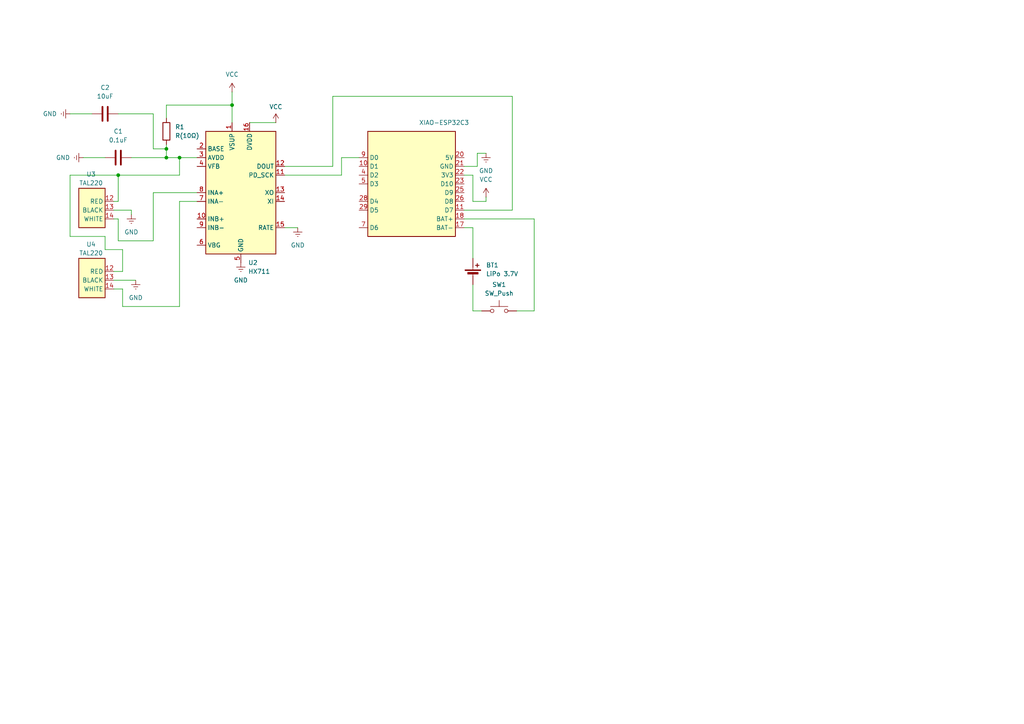
<source format=kicad_sch>
(kicad_sch (version 20250114) (generator "eeschema") (generator_version "9.0")
  (paper "A4")
  (lib_symbols
    (symbol "ADXL343_1"
      (property "Reference" "U3" (at -14.224 10.414 0))
      (property "Value" "TAL220" (at -14.224 7.874 0))
      (symbol "ADXL343_1_0_1"
        (rectangle (start -17.78 6.35) (end -10.16 -5.08) (stroke (width 0.254)) (fill (type background)))
      )
      (symbol "ADXL343_1_1_1"
        (pin input line (at -12.7 -5.08 0) (length 2.54) (hide yes) (name "SDA") (number "7"))
        (pin bidirectional line (at -7.62 2.54 180) (length 2.54) (name "RED") (number "12"))
        (pin bidirectional line (at -7.62 0 180) (length 2.54) (name "BLACK") (number "13"))
        (pin bidirectional line (at -7.62 -2.54 180) (length 2.54) (name "WHITE") (number "14"))
        (pin no_connect line (at -5.08 -7.62 90) (length 2.54) (hide yes) (name "NC") (number "10"))
        (pin passive line (at 0 -10.16 90) (length 2.54) (hide yes) (name "GND") (number "4"))
        (pin passive line (at 0 -10.16 90) (length 2.54) (hide yes) (name "GND") (number "5"))
      )
    )
    (symbol "Analog_ADC:HX711"
      (property "Reference" "U2" (at 2.1433 -20.32 0))
      (property "Value" "HX711" (at 2.1433 -22.86 0))
      (symbol "HX711_0_1"
        (rectangle (start -10.16 17.78) (end 10.16 -17.78) (stroke (width 0.254)) (fill (type background)))
      )
      (symbol "HX711_1_1"
        (pin passive line (at -12.7 12.7 0) (length 2.54) (name "BASE") (number "2"))
        (pin power_in line (at -12.7 10.16 0) (length 2.54) (name "AVDD") (number "3"))
        (pin input line (at -12.7 7.62 0) (length 2.54) (name "VFB") (number "4"))
        (pin input line (at -12.7 0 0) (length 2.54) (name "INA+") (number "8"))
        (pin input line (at -12.7 -2.54 0) (length 2.54) (name "INA-") (number "7"))
        (pin input line (at -12.7 -7.62 0) (length 2.54) (name "INB+") (number "10"))
        (pin input line (at -12.7 -10.16 0) (length 2.54) (name "INB-") (number "9"))
        (pin passive line (at -12.7 -15.24 0) (length 2.54) (name "VBG") (number "6"))
        (pin power_in line (at -2.54 20.32 270) (length 2.54) (name "VSUP") (number "1"))
        (pin power_in line (at 0 -20.32 90) (length 2.54) (name "GND") (number "5"))
        (pin power_in line (at 2.54 20.32 270) (length 2.54) (name "DVDD") (number "16"))
        (pin output line (at 12.7 7.62 180) (length 2.54) (name "DOUT") (number "12"))
        (pin input line (at 12.7 5.08 180) (length 2.54) (name "PD_SCK") (number "11"))
        (pin passive line (at 12.7 0 180) (length 2.54) (name "XO") (number "13"))
        (pin passive line (at 12.7 -2.54 180) (length 2.54) (name "XI") (number "14"))
        (pin input line (at 12.7 -10.16 180) (length 2.54) (name "RATE") (number "15"))
      )
    )
    (symbol "Device:Battery_Cell" (pin_numbers (hide yes)) (pin_names (offset 0) (hide yes))
      (property "Reference" "BT" (at 2.54 2.54 0))
      (property "Value" "Battery_Cell" (at 2.54 0 0))
      (symbol "Battery_Cell_0_1"
        (rectangle (start -2.286 1.778) (end 2.286 1.524) (fill (type outline)))
        (rectangle (start -1.524 1.016) (end 1.524 0.508) (fill (type outline)))
        (polyline (pts (xy 0 1.778) (xy 0 2.54)))
        (polyline (pts (xy 0 0.762) (xy 0 0)))
        (polyline (pts (xy 0.762 3.048) (xy 1.778 3.048)) (stroke (width 0.254)))
        (polyline (pts (xy 1.27 3.556) (xy 1.27 2.54)) (stroke (width 0.254)))
      )
      (symbol "Battery_Cell_1_1"
        (pin passive line (at 0 5.08 270) (length 2.54) (name "+") (number "1"))
        (pin passive line (at 0 -2.54 90) (length 2.54) (name "-") (number "2"))
      )
    )
    (symbol "Device:C" (pin_numbers (hide yes)) (pin_names (offset 0.254))
      (property "Reference" "C" (at 0.635 2.54 0))
      (property "Value" "C" (at 0.635 -2.54 0))
      (symbol "C_0_1"
        (polyline (pts (xy -2.032 0.762) (xy 2.032 0.762)) (stroke (width 0.508)))
        (polyline (pts (xy -2.032 -0.762) (xy 2.032 -0.762)) (stroke (width 0.508)))
      )
      (symbol "C_1_1"
        (pin passive line (at 0 3.81 270) (length 2.794) (name "~") (number "1"))
        (pin passive line (at 0 -3.81 90) (length 2.794) (name "~") (number "2"))
      )
    )
    (symbol "Device:R" (pin_numbers (hide yes)) (pin_names (offset 0))
      (property "Reference" "R" (at 2.032 0 90))
      (property "Value" "R" (at 0 0 90))
      (symbol "R_0_1"
        (rectangle (start -1.016 -2.54) (end 1.016 2.54) (stroke (width 0.254)))
      )
      (symbol "R_1_1"
        (pin passive line (at 0 3.81 270) (length 1.27) (name "~") (number "1"))
        (pin passive line (at 0 -3.81 90) (length 1.27) (name "~") (number "2"))
      )
    )
    (symbol "RF_Module:ESP32-C3-DevKitM-1"
      (property "Value" "XIAO-ESP32C3" (at 2.1433 17.78 0))
      (symbol "ESP32-C3-DevKitM-1_1_1"
        (rectangle (start -12.7 15.24) (end 12.7 -15.24) (stroke (width 0.254)) (fill (type background)))
        (pin bidirectional line (at -15.24 7.62 0) (length 2.54) (name "D0") (number "9"))
        (pin bidirectional line (at -15.24 5.08 0) (length 2.54) (name "D1") (number "10"))
        (pin bidirectional line (at -15.24 2.54 0) (length 2.54) (name "D2") (number "4"))
        (pin bidirectional line (at -15.24 0 0) (length 2.54) (name "D3") (number "5"))
        (pin input line (at -15.24 -5.08 0) (length 2.54) (name "D4") (number "28"))
        (pin output line (at -15.24 -7.62 0) (length 2.54) (name "D5") (number "29"))
        (pin input line (at -15.24 -12.7 0) (length 2.54) (name "D6") (number "7"))
        (pin passive line (at 0 17.78 270) (length 2.54) (hide yes) (name "5V") (number "13"))
        (pin passive line (at 0 17.78 270) (length 2.54) (hide yes) (name "5V") (number "14"))
        (pin power_in line (at 0 -17.78 90) (length 2.54) (hide yes) (name "GND") (number "1"))
        (pin passive line (at 0 -17.78 90) (length 2.54) (hide yes) (name "GND") (number "12"))
        (pin passive line (at 0 -17.78 90) (length 2.54) (hide yes) (name "GND") (number "15"))
        (pin passive line (at 0 -17.78 90) (length 2.54) (hide yes) (name "GND") (number "16"))
        (pin passive line (at 0 -17.78 90) (length 2.54) (hide yes) (name "GND") (number "19"))
        (pin passive line (at 0 -17.78 90) (length 2.54) (hide yes) (name "GND") (number "24"))
        (pin passive line (at 0 -17.78 90) (length 2.54) (hide yes) (name "GND") (number "27"))
        (pin passive line (at 0 -17.78 90) (length 2.54) (hide yes) (name "GND") (number "30"))
        (pin passive line (at 0 -17.78 90) (length 2.54) (hide yes) (name "GND") (number "6"))
        (pin passive line (at 0 -17.78 90) (length 2.54) (hide yes) (name "GND") (number "8"))
        (pin power_out line (at 15.24 12.7 180) (length 2.54) (hide yes) (name "3V3") (number "2"))
        (pin passive line (at 15.24 12.7 180) (length 2.54) (hide yes) (name "3V3") (number "3"))
        (pin bidirectional line (at 15.24 7.62 180) (length 2.54) (name "5V") (number "20"))
        (pin bidirectional line (at 15.24 5.08 180) (length 2.54) (name "GND") (number "21"))
        (pin bidirectional line (at 15.24 2.54 180) (length 2.54) (name "3V3") (number "22"))
        (pin bidirectional line (at 15.24 0 180) (length 2.54) (name "D10") (number "23"))
        (pin bidirectional line (at 15.24 -2.54 180) (length 2.54) (name "D9") (number "25"))
        (pin bidirectional line (at 15.24 -5.08 180) (length 2.54) (name "D8") (number "26"))
        (pin bidirectional line (at 15.24 -7.62 180) (length 2.54) (name "D7") (number "11"))
        (pin bidirectional line (at 15.24 -10.16 180) (length 2.54) (name "BAT+") (number "18"))
        (pin bidirectional line (at 15.24 -12.7 180) (length 2.54) (name "BAT-") (number "17"))
      )
    )
    (symbol "Switch:SW_Push" (pin_numbers (hide yes)) (pin_names (offset 1.016) (hide yes))
      (property "Reference" "SW" (at 1.27 2.54 0))
      (property "Value" "SW_Push" (at 0 -1.524 0))
      (symbol "SW_Push_0_1"
        (circle (center -2.032 0) (radius 0.508))
        (polyline (pts (xy 0 1.27) (xy 0 3.048)))
        (circle (center 2.032 0) (radius 0.508))
        (polyline (pts (xy 2.54 1.27) (xy -2.54 1.27)))
        (pin passive line (at -5.08 0 0) (length 2.54) (name "1") (number "1"))
        (pin passive line (at 5.08 0 180) (length 2.54) (name "2") (number "2"))
      )
    )
    (symbol "power:GNDREF" (power) (pin_numbers (hide yes)) (pin_names (offset 0) (hide yes))
      (property "Value" "GNDREF" (at 0 -3.81 0))
      (symbol "GNDREF_0_1"
        (polyline (pts (xy -0.635 -1.905) (xy 0.635 -1.905)))
        (polyline (pts (xy -0.127 -2.54) (xy 0.127 -2.54)))
        (polyline (pts (xy 0 -1.27) (xy 0 0)))
        (polyline (pts (xy 1.27 -1.27) (xy -1.27 -1.27)))
      )
      (symbol "GNDREF_1_1"
        (pin power_in line (at 0 0 270) (length 0) (name "~") (number "1"))
      )
    )
    (symbol "power:VCC" (power) (pin_numbers (hide yes)) (pin_names (offset 0) (hide yes))
      (property "Value" "VCC" (at 0 3.556 0))
      (symbol "VCC_0_1"
        (polyline (pts (xy -0.762 1.27) (xy 0 2.54)))
        (polyline (pts (xy 0 2.54) (xy 0.762 1.27)))
        (polyline (pts (xy 0 0) (xy 0 2.54)))
      )
      (symbol "VCC_1_1"
        (pin power_in line (at 0 0 90) (length 0) (name "~") (number "1"))
      )
    )
  )
  (junction (at 67.31 30.48))
  (junction (at 48.26 45.72))
  (junction (at 52.07 45.72))
  (junction (at 34.29 50.8))
  (junction (at 48.26 43.18))
  (wire (pts (xy 99.06 45.72) (xy 104.14 45.72)))
  (wire (pts (xy 33.02 63.5) (xy 34.29 63.5)))
  (wire (pts (xy 33.02 78.74) (xy 35.56 78.74)))
  (wire (pts (xy 148.59 60.96) (xy 134.62 60.96)))
  (wire (pts (xy 72.39 35.56) (xy 80.01 35.56)))
  (wire (pts (xy 67.31 30.48) (xy 67.31 35.56)))
  (wire (pts (xy 149.86 90.17) (xy 154.94 90.17)))
  (wire (pts (xy 34.29 63.5) (xy 34.29 69.85)))
  (wire (pts (xy 52.07 50.8) (xy 52.07 45.72)))
  (wire (pts (xy 52.07 58.42) (xy 57.15 58.42)))
  (wire (pts (xy 24.13 45.72) (xy 30.48 45.72)))
  (wire (pts (xy 99.06 50.8) (xy 99.06 45.72)))
  (wire (pts (xy 44.45 33.02) (xy 44.45 43.18)))
  (wire (pts (xy 67.31 26.67) (xy 67.31 30.48)))
  (wire (pts (xy 35.56 72.39) (xy 30.48 72.39)))
  (wire (pts (xy 137.16 90.17) (xy 139.7 90.17)))
  (wire (pts (xy 44.45 55.88) (xy 57.15 55.88)))
  (wire (pts (xy 137.16 58.42) (xy 140.97 58.42)))
  (wire (pts (xy 48.26 30.48) (xy 48.26 34.29)))
  (wire (pts (xy 82.55 50.8) (xy 99.06 50.8)))
  (wire (pts (xy 35.56 72.39) (xy 35.56 78.74)))
  (wire (pts (xy 138.43 44.45) (xy 140.97 44.45)))
  (wire (pts (xy 137.16 82.55) (xy 137.16 90.17)))
  (wire (pts (xy 137.16 66.04) (xy 134.62 66.04)))
  (wire (pts (xy 34.29 33.02) (xy 44.45 33.02)))
  (wire (pts (xy 154.94 63.5) (xy 134.62 63.5)))
  (wire (pts (xy 138.43 44.45) (xy 138.43 48.26)))
  (wire (pts (xy 96.52 27.94) (xy 148.59 27.94)))
  (wire (pts (xy 34.29 69.85) (xy 44.45 69.85)))
  (wire (pts (xy 137.16 50.8) (xy 137.16 58.42)))
  (wire (pts (xy 30.48 72.39) (xy 30.48 68.58)))
  (wire (pts (xy 20.32 33.02) (xy 26.67 33.02)))
  (wire (pts (xy 33.02 60.96) (xy 38.1 60.96)))
  (wire (pts (xy 35.56 83.82) (xy 35.56 88.9)))
  (wire (pts (xy 137.16 66.04) (xy 137.16 74.93)))
  (wire (pts (xy 38.1 45.72) (xy 48.26 45.72)))
  (wire (pts (xy 82.55 48.26) (xy 96.52 48.26)))
  (wire (pts (xy 52.07 45.72) (xy 48.26 45.72)))
  (wire (pts (xy 138.43 48.26) (xy 134.62 48.26)))
  (wire (pts (xy 20.32 50.8) (xy 34.29 50.8)))
  (wire (pts (xy 148.59 27.94) (xy 148.59 60.96)))
  (wire (pts (xy 44.45 69.85) (xy 44.45 55.88)))
  (wire (pts (xy 33.02 58.42) (xy 34.29 58.42)))
  (wire (pts (xy 34.29 50.8) (xy 52.07 50.8)))
  (wire (pts (xy 154.94 63.5) (xy 154.94 90.17)))
  (wire (pts (xy 140.97 57.15) (xy 140.97 58.42)))
  (wire (pts (xy 48.26 43.18) (xy 48.26 45.72)))
  (wire (pts (xy 52.07 88.9) (xy 52.07 58.42)))
  (wire (pts (xy 33.02 81.28) (xy 39.37 81.28)))
  (wire (pts (xy 30.48 68.58) (xy 20.32 68.58)))
  (wire (pts (xy 48.26 30.48) (xy 67.31 30.48)))
  (wire (pts (xy 38.1 60.96) (xy 38.1 62.23)))
  (wire (pts (xy 134.62 50.8) (xy 137.16 50.8)))
  (wire (pts (xy 44.45 43.18) (xy 48.26 43.18)))
  (wire (pts (xy 96.52 48.26) (xy 96.52 27.94)))
  (wire (pts (xy 35.56 88.9) (xy 52.07 88.9)))
  (wire (pts (xy 48.26 41.91) (xy 48.26 43.18)))
  (wire (pts (xy 33.02 83.82) (xy 35.56 83.82)))
  (wire (pts (xy 34.29 58.42) (xy 34.29 50.8)))
  (wire (pts (xy 57.15 45.72) (xy 52.07 45.72)))
  (wire (pts (xy 82.55 66.04) (xy 86.36 66.04)))
  (wire (pts (xy 20.32 68.58) (xy 20.32 50.8)))
  (symbol (lib_id "Device:C") (at 34.29 45.72 90) (unit 1)
    (property "Reference" "C1" (at 34.29 38.1 90))
    (property "Value" "0.1uF" (at 34.29 40.64 90))
    (property "Description" "Unpolarized capacitor" (effects (hide yes)))
  )
  (symbol (lib_id "Device:C") (at 30.48 33.02 90) (unit 1)
    (property "Reference" "C2" (at 30.48 25.4 90))
    (property "Value" "10uF" (at 30.48 27.94 90))
    (property "Description" "Unpolarized capacitor" (effects (hide yes)))
  )
  (symbol (lib_name "ADXL343_1") (lib_id "Sensor_Motion:ADXL343") (at 40.64 81.28 0) (unit 1)
    (property "Reference" "U4" (at 26.416 70.866 0))
    (property "Value" "TAL220" (at 26.416 73.406 0))
    (property "Footprint" "Package_LGA:LGA-14_3x5mm_P0.8mm_LayoutBorder1x6y" (effects (hide yes)))
    (property "Datasheet" "https://www.analog.com/media/en/technical-documentation/data-sheets/ADXL343.pdf" (effects (hide yes)))
    (property "Description" "3-Axis MEMS Accelerometer, 2/4/8/16g range, I2C/SPI, LGA-14" (effects (hide yes)))
  )
  (symbol (lib_id "power:GNDREF") (at 20.32 33.02 270) (unit 1)
    (property "Reference" "#PWR011" (effects (hide yes)))
    (property "Value" "GND" (at 16.51 33.0199 90) (effects (justify right)))
    (property "Description" "Power symbol creates a global label with name \"GNDREF\" , reference supply ground" (effects (hide yes)))
  )
  (symbol (lib_id "power:GNDREF") (at 86.36 66.04 0) (unit 1)
    (property "Reference" "#PWR03" (effects (hide yes)))
    (property "Value" "GND" (at 86.36 71.12 0))
    (property "Description" "Power symbol creates a global label with name \"GNDREF\" , reference supply ground" (effects (hide yes)))
  )
  (symbol (lib_id "power:VCC") (at 67.31 26.67 0) (unit 1)
    (property "Reference" "#PWR04" (effects (hide yes)))
    (property "Value" "VCC" (at 67.31 21.59 0))
    (property "Description" "Power symbol creates a global label with name \"VCC\"" (effects (hide yes)))
  )
  (symbol (lib_id "Analog_ADC:HX711") (at 69.85 55.88 0) (unit 1)
    (property "Reference" "U2" (at 71.9933 76.2 0) (effects (justify left)))
    (property "Value" "HX711" (at 71.9933 78.74 0) (effects (justify left)))
    (property "Footprint" "Package_SO:SOIC-16_3.9x9.9mm_P1.27mm" (effects (hide yes)))
    (property "Datasheet" "https://web.archive.org/web/20220615044707/https://akizukidenshi.com/download/ds/avia/hx711.pdf" (effects (hide yes)))
    (property "Description" "24-bit Analog-to-Digital Converter (ADC) for Weight Scales, SOIC-16 (SOP-16)" (effects (hide yes)))
  )
  (symbol (lib_id "Switch:SW_Push") (at 144.78 90.17 0) (unit 1)
    (property "Reference" "SW1" (at 144.78 82.55 0))
    (property "Value" "SW_Push" (at 144.78 85.09 0))
    (property "Description" "Push button switch, generic, two pins" (effects (hide yes)))
  )
  (symbol (lib_id "power:GNDREF") (at 39.37 81.28 0) (unit 1)
    (property "Reference" "#PWR010" (effects (hide yes)))
    (property "Value" "GND" (at 39.37 86.36 0))
    (property "Description" "Power symbol creates a global label with name \"GNDREF\" , reference supply ground" (effects (hide yes)))
  )
  (symbol (lib_name "ADXL343_1") (lib_id "Sensor_Motion:ADXL343") (at 40.64 60.96 0) (unit 1)
    (property "Reference" "U3" (at 26.416 50.546 0))
    (property "Value" "TAL220" (at 26.416 53.086 0))
    (property "Footprint" "Package_LGA:LGA-14_3x5mm_P0.8mm_LayoutBorder1x6y" (effects (hide yes)))
    (property "Datasheet" "https://www.analog.com/media/en/technical-documentation/data-sheets/ADXL343.pdf" (effects (hide yes)))
    (property "Description" "3-Axis MEMS Accelerometer, 2/4/8/16g range, I2C/SPI, LGA-14" (effects (hide yes)))
  )
  (symbol (lib_id "RF_Module:ESP32-C3-DevKitM-1") (at 119.38 53.34 0) (unit 1)
    (property "Reference" "U1" (effects (hide yes)))
    (property "Value" "XIAO-ESP32C3" (at 121.5233 35.56 0) (effects (justify left)))
    (property "Footprint" "RF_Module:ESP32-C3-DevKitM-1" (effects (hide yes)))
    (property "Datasheet" "https://docs.espressif.com/projects/esp-idf/en/latest/esp32c3/hw-reference/esp32c3/user-guide-devkitm-1.html" (effects (hide yes)))
    (property "Description" "Development board featuring ESP32-C3-MINI-1 module" (effects (hide yes)))
  )
  (symbol (lib_id "Device:R") (at 48.26 38.1 0) (unit 1)
    (property "Reference" "R1" (at 50.8 36.8299 0) (effects (justify left)))
    (property "Value" "R(10Ω)" (at 50.8 39.3699 0) (effects (justify left)))
    (property "Description" "Resistor" (effects (hide yes)))
  )
  (symbol (lib_id "power:GNDREF") (at 38.1 62.23 0) (unit 1)
    (property "Reference" "#PWR08" (effects (hide yes)))
    (property "Value" "GND" (at 38.1 67.31 0))
    (property "Description" "Power symbol creates a global label with name \"GNDREF\" , reference supply ground" (effects (hide yes)))
  )
  (symbol (lib_id "power:GNDREF") (at 24.13 45.72 270) (unit 1)
    (property "Reference" "#PWR06" (effects (hide yes)))
    (property "Value" "GND" (at 20.32 45.7199 90) (effects (justify right)))
    (property "Description" "Power symbol creates a global label with name \"GNDREF\" , reference supply ground" (effects (hide yes)))
  )
  (symbol (lib_id "power:GNDREF") (at 140.97 44.45 0) (unit 1)
    (property "Reference" "#PWR01" (effects (hide yes)))
    (property "Value" "GND" (at 140.97 49.53 0))
    (property "Description" "Power symbol creates a global label with name \"GNDREF\" , reference supply ground" (effects (hide yes)))
  )
  (symbol (lib_id "Device:Battery_Cell") (at 137.16 80.01 0) (unit 1)
    (property "Reference" "BT1" (at 140.97 76.8984 0) (effects (justify left)))
    (property "Value" "LiPo 3.7V" (at 140.97 79.4384 0) (effects (justify left)))
    (property "Description" "Single-cell battery" (effects (hide yes)))
  )
  (symbol (lib_id "power:VCC") (at 140.97 57.15 0) (unit 1)
    (property "Reference" "#PWR07" (effects (hide yes)))
    (property "Value" "VCC" (at 140.97 52.07 0))
    (property "Description" "Power symbol creates a global label with name \"VCC\"" (effects (hide yes)))
  )
  (symbol (lib_id "power:VCC") (at 80.01 35.56 0) (unit 1)
    (property "Reference" "#PWR05" (effects (hide yes)))
    (property "Value" "VCC" (at 80.01 30.988 0))
    (property "Description" "Power symbol creates a global label with name \"VCC\"" (effects (hide yes)))
  )
  (symbol (lib_id "power:GNDREF") (at 69.85 76.2 0) (unit 1)
    (property "Reference" "#PWR02" (effects (hide yes)))
    (property "Value" "GND" (at 69.85 81.28 0))
    (property "Description" "Power symbol creates a global label with name \"GNDREF\" , reference supply ground" (effects (hide yes)))
  )
)
</source>
